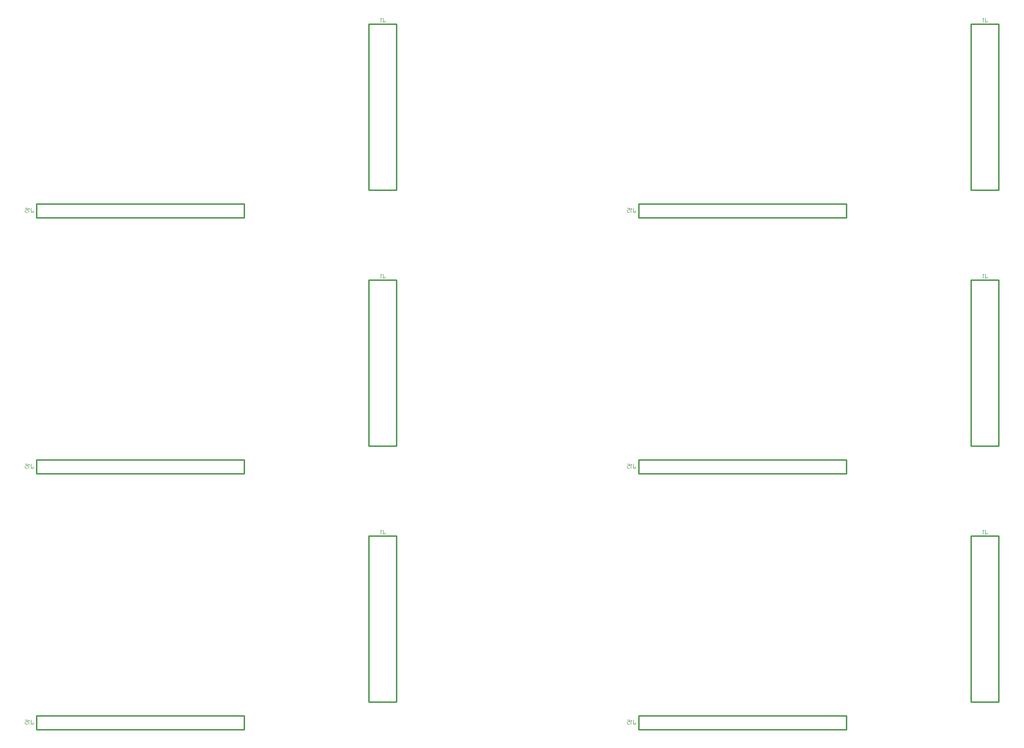
<source format=gbr>
G04 DipTrace 2.4.0.2*
%INBottomSilk.gbr*%
%MOIN*%
%ADD10C,0.0098*%
%ADD89C,0.0046*%
%FSLAX44Y44*%
G04*
G70*
G90*
G75*
G01*
%LNBotSilk*%
%LPD*%
X36500Y14500D2*
D10*
X38500D1*
Y2500D1*
X36500D1*
Y14500D1*
X12501Y500D2*
X27499D1*
Y1500D1*
X12501D1*
Y500D1*
X37511Y14939D2*
D89*
Y14710D1*
X37525Y14667D1*
X37539Y14652D1*
X37568Y14638D1*
X37597D1*
X37625Y14652D1*
X37640Y14667D1*
X37654Y14710D1*
Y14738D1*
X37418Y14882D2*
X37389Y14896D1*
X37346Y14939D1*
Y14638D1*
X12095Y1182D2*
Y952D1*
X12109Y909D1*
X12124Y895D1*
X12152Y881D1*
X12181D1*
X12210Y895D1*
X12224Y909D1*
X12238Y952D1*
Y981D1*
X12002Y1124D2*
X11973Y1139D1*
X11930Y1182D1*
Y881D1*
X11665Y1182D2*
X11809D1*
X11823Y1053D1*
X11809Y1067D1*
X11766Y1081D1*
X11723D1*
X11680Y1067D1*
X11651Y1038D1*
X11637Y995D1*
Y967D1*
X11651Y924D1*
X11680Y895D1*
X11723Y881D1*
X11766D1*
X11809Y895D1*
X11823Y909D1*
X11838Y938D1*
X80000Y14500D2*
D10*
X82000D1*
Y2500D1*
X80000D1*
Y14500D1*
X56001Y500D2*
X70999D1*
Y1500D1*
X56001D1*
Y500D1*
X81011Y14939D2*
D89*
Y14710D1*
X81025Y14667D1*
X81039Y14652D1*
X81068Y14638D1*
X81097D1*
X81125Y14652D1*
X81140Y14667D1*
X81154Y14710D1*
Y14738D1*
X80918Y14882D2*
X80889Y14896D1*
X80846Y14939D1*
Y14638D1*
X55595Y1182D2*
Y952D1*
X55609Y909D1*
X55624Y895D1*
X55652Y881D1*
X55681D1*
X55710Y895D1*
X55724Y909D1*
X55738Y952D1*
Y981D1*
X55502Y1124D2*
X55473Y1139D1*
X55430Y1182D1*
Y881D1*
X55165Y1182D2*
X55309D1*
X55323Y1053D1*
X55309Y1067D1*
X55266Y1081D1*
X55223D1*
X55180Y1067D1*
X55151Y1038D1*
X55137Y995D1*
Y967D1*
X55151Y924D1*
X55180Y895D1*
X55223Y881D1*
X55266D1*
X55309Y895D1*
X55323Y909D1*
X55338Y938D1*
X36500Y33000D2*
D10*
X38500D1*
Y21000D1*
X36500D1*
Y33000D1*
X12501Y19000D2*
X27499D1*
Y20000D1*
X12501D1*
Y19000D1*
X37511Y33439D2*
D89*
Y33210D1*
X37525Y33167D1*
X37539Y33152D1*
X37568Y33138D1*
X37597D1*
X37625Y33152D1*
X37640Y33167D1*
X37654Y33210D1*
Y33238D1*
X37418Y33382D2*
X37389Y33396D1*
X37346Y33439D1*
Y33138D1*
X12095Y19682D2*
Y19452D1*
X12109Y19409D1*
X12124Y19395D1*
X12152Y19381D1*
X12181D1*
X12210Y19395D1*
X12224Y19409D1*
X12238Y19452D1*
Y19481D1*
X12002Y19624D2*
X11973Y19639D1*
X11930Y19682D1*
Y19381D1*
X11665Y19682D2*
X11809D1*
X11823Y19553D1*
X11809Y19567D1*
X11766Y19581D1*
X11723D1*
X11680Y19567D1*
X11651Y19538D1*
X11637Y19495D1*
Y19467D1*
X11651Y19424D1*
X11680Y19395D1*
X11723Y19381D1*
X11766D1*
X11809Y19395D1*
X11823Y19409D1*
X11838Y19438D1*
X80000Y33000D2*
D10*
X82000D1*
Y21000D1*
X80000D1*
Y33000D1*
X56001Y19000D2*
X70999D1*
Y20000D1*
X56001D1*
Y19000D1*
X81011Y33439D2*
D89*
Y33210D1*
X81025Y33167D1*
X81039Y33152D1*
X81068Y33138D1*
X81097D1*
X81125Y33152D1*
X81140Y33167D1*
X81154Y33210D1*
Y33238D1*
X80918Y33382D2*
X80889Y33396D1*
X80846Y33439D1*
Y33138D1*
X55595Y19682D2*
Y19452D1*
X55609Y19409D1*
X55624Y19395D1*
X55652Y19381D1*
X55681D1*
X55710Y19395D1*
X55724Y19409D1*
X55738Y19452D1*
Y19481D1*
X55502Y19624D2*
X55473Y19639D1*
X55430Y19682D1*
Y19381D1*
X55165Y19682D2*
X55309D1*
X55323Y19553D1*
X55309Y19567D1*
X55266Y19581D1*
X55223D1*
X55180Y19567D1*
X55151Y19538D1*
X55137Y19495D1*
Y19467D1*
X55151Y19424D1*
X55180Y19395D1*
X55223Y19381D1*
X55266D1*
X55309Y19395D1*
X55323Y19409D1*
X55338Y19438D1*
X36500Y51500D2*
D10*
X38500D1*
Y39500D1*
X36500D1*
Y51500D1*
X12501Y37500D2*
X27499D1*
Y38500D1*
X12501D1*
Y37500D1*
X37511Y51939D2*
D89*
Y51710D1*
X37525Y51667D1*
X37539Y51652D1*
X37568Y51638D1*
X37597D1*
X37625Y51652D1*
X37640Y51667D1*
X37654Y51710D1*
Y51738D1*
X37418Y51882D2*
X37389Y51896D1*
X37346Y51939D1*
Y51638D1*
X12095Y38182D2*
Y37952D1*
X12109Y37909D1*
X12124Y37895D1*
X12152Y37881D1*
X12181D1*
X12210Y37895D1*
X12224Y37909D1*
X12238Y37952D1*
Y37981D1*
X12002Y38124D2*
X11973Y38139D1*
X11930Y38182D1*
Y37881D1*
X11665Y38182D2*
X11809D1*
X11823Y38053D1*
X11809Y38067D1*
X11766Y38081D1*
X11723D1*
X11680Y38067D1*
X11651Y38038D1*
X11637Y37995D1*
Y37967D1*
X11651Y37924D1*
X11680Y37895D1*
X11723Y37881D1*
X11766D1*
X11809Y37895D1*
X11823Y37909D1*
X11838Y37938D1*
X80000Y51500D2*
D10*
X82000D1*
Y39500D1*
X80000D1*
Y51500D1*
X56001Y37500D2*
X70999D1*
Y38500D1*
X56001D1*
Y37500D1*
X81011Y51939D2*
D89*
Y51710D1*
X81025Y51667D1*
X81039Y51652D1*
X81068Y51638D1*
X81097D1*
X81125Y51652D1*
X81140Y51667D1*
X81154Y51710D1*
Y51738D1*
X80918Y51882D2*
X80889Y51896D1*
X80846Y51939D1*
Y51638D1*
X55595Y38182D2*
Y37952D1*
X55609Y37909D1*
X55624Y37895D1*
X55652Y37881D1*
X55681D1*
X55710Y37895D1*
X55724Y37909D1*
X55738Y37952D1*
Y37981D1*
X55502Y38124D2*
X55473Y38139D1*
X55430Y38182D1*
Y37881D1*
X55165Y38182D2*
X55309D1*
X55323Y38053D1*
X55309Y38067D1*
X55266Y38081D1*
X55223D1*
X55180Y38067D1*
X55151Y38038D1*
X55137Y37995D1*
Y37967D1*
X55151Y37924D1*
X55180Y37895D1*
X55223Y37881D1*
X55266D1*
X55309Y37895D1*
X55323Y37909D1*
X55338Y37938D1*
M02*

</source>
